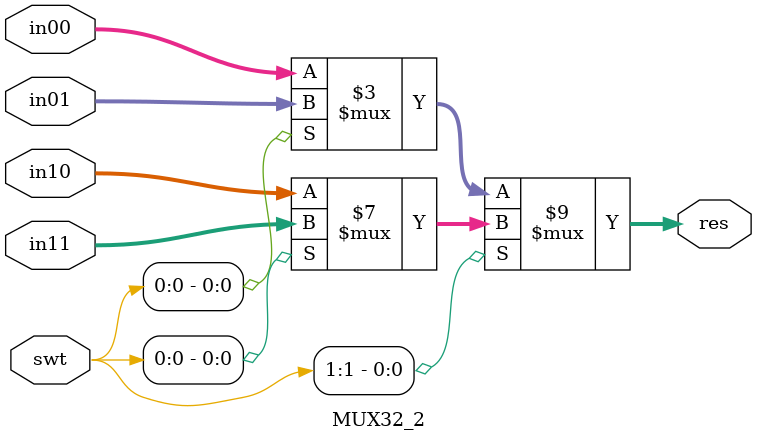
<source format=v>
module MUX32_2(
         in00,
         in01,
         in10,
         in11,
         swt,
         res
       );

input [1:0] swt;
input [31:0] in00, in01, in10, in11;
output reg [31:0] res;

always @(*)
  begin
    if (swt[1])
      if( swt[0])
        res <= in11;
      else
        res <= in10;
    else
      if(swt[0])
        res <= in01;
      else
        res <= in00;
  end

endmodule

</source>
